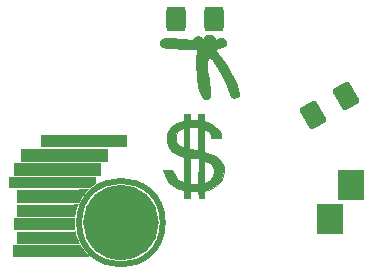
<source format=gbr>
%TF.GenerationSoftware,KiCad,Pcbnew,8.0.8*%
%TF.CreationDate,2025-04-07T01:54:08-03:00*%
%TF.ProjectId,Sao_CashBag,53616f5f-4361-4736-9842-61672e6b6963,rev?*%
%TF.SameCoordinates,Original*%
%TF.FileFunction,Soldermask,Top*%
%TF.FilePolarity,Negative*%
%FSLAX46Y46*%
G04 Gerber Fmt 4.6, Leading zero omitted, Abs format (unit mm)*
G04 Created by KiCad (PCBNEW 8.0.8) date 2025-04-07 01:54:08*
%MOMM*%
%LPD*%
G01*
G04 APERTURE LIST*
G04 Aperture macros list*
%AMRoundRect*
0 Rectangle with rounded corners*
0 $1 Rounding radius*
0 $2 $3 $4 $5 $6 $7 $8 $9 X,Y pos of 4 corners*
0 Add a 4 corners polygon primitive as box body*
4,1,4,$2,$3,$4,$5,$6,$7,$8,$9,$2,$3,0*
0 Add four circle primitives for the rounded corners*
1,1,$1+$1,$2,$3*
1,1,$1+$1,$4,$5*
1,1,$1+$1,$6,$7*
1,1,$1+$1,$8,$9*
0 Add four rect primitives between the rounded corners*
20,1,$1+$1,$2,$3,$4,$5,0*
20,1,$1+$1,$4,$5,$6,$7,0*
20,1,$1+$1,$6,$7,$8,$9,0*
20,1,$1+$1,$8,$9,$2,$3,0*%
G04 Aperture macros list end*
%ADD10C,0.100000*%
%ADD11C,0.500000*%
%ADD12C,0.000000*%
%ADD13C,0.050000*%
%ADD14C,3.189925*%
%ADD15RoundRect,0.285088X-0.074296X-0.926139X0.839208X-0.398727X0.074296X0.926139X-0.839208X0.398727X0*%
%ADD16RoundRect,0.285088X0.527412X0.764912X-0.527412X0.764912X-0.527412X-0.764912X0.527412X-0.764912X0*%
G04 APERTURE END LIST*
D10*
X106818534Y-137325393D02*
X111759085Y-137325393D01*
X111759085Y-138285392D01*
X106818534Y-138285392D01*
X106818534Y-137325393D01*
G36*
X106818534Y-137325393D02*
G01*
X111759085Y-137325393D01*
X111759085Y-138285392D01*
X106818534Y-138285392D01*
X106818534Y-137325393D01*
G37*
D11*
X119199268Y-136566337D02*
G75*
G02*
X112109268Y-136566337I-3545000J0D01*
G01*
X112109268Y-136566337D02*
G75*
G02*
X119199268Y-136566337I3545000J0D01*
G01*
D10*
X123370256Y-120699668D02*
X123621444Y-120936901D01*
X123607489Y-121250886D01*
X123816813Y-121006676D01*
X124123720Y-120895389D01*
X124333044Y-120904692D01*
X124477244Y-121081454D01*
X124556322Y-121234958D01*
X124565625Y-121355900D01*
X124537715Y-121444281D01*
X124444783Y-121585804D01*
X123719128Y-121823037D01*
X123726106Y-122018405D01*
X124551670Y-123156081D01*
X125142527Y-124209323D01*
X125468041Y-124937655D01*
X125693745Y-125674586D01*
X125630848Y-125858678D01*
X125470467Y-125953684D01*
X125226157Y-126007530D01*
X124996001Y-125890887D01*
X124551670Y-124737635D01*
X123977294Y-123623217D01*
X123342346Y-122716150D01*
X122986497Y-122499849D01*
X122904993Y-123086306D01*
X122958587Y-123609263D01*
X123084181Y-124432601D01*
X123230607Y-125426076D01*
X123212001Y-125807510D01*
X123142226Y-126016833D01*
X122965564Y-126086256D01*
X122770096Y-126081956D01*
X122588682Y-126002878D01*
X122484121Y-125883910D01*
X122277023Y-125453986D01*
X122142226Y-124990797D01*
X122100361Y-124397714D01*
X122009654Y-122848721D01*
X122058496Y-121830014D01*
X121242135Y-121843969D01*
X119741985Y-121816059D01*
X119495348Y-121769895D01*
X119197644Y-121723379D01*
X119048792Y-121597785D01*
X118979017Y-121421023D01*
X118965063Y-121221003D01*
X119044140Y-121072150D01*
X119179038Y-120993073D01*
X119267418Y-120900040D01*
X119776872Y-120950856D01*
X120976992Y-121013653D01*
X121702647Y-121139247D01*
X121856151Y-120943879D01*
X122163158Y-120727578D01*
X122525985Y-120971788D01*
X122728331Y-121299728D01*
X122714376Y-120888059D01*
X122937655Y-120664781D01*
X123370256Y-120699668D01*
G36*
X123370256Y-120699668D02*
G01*
X123621444Y-120936901D01*
X123607489Y-121250886D01*
X123816813Y-121006676D01*
X124123720Y-120895389D01*
X124333044Y-120904692D01*
X124477244Y-121081454D01*
X124556322Y-121234958D01*
X124565625Y-121355900D01*
X124537715Y-121444281D01*
X124444783Y-121585804D01*
X123719128Y-121823037D01*
X123726106Y-122018405D01*
X124551670Y-123156081D01*
X125142527Y-124209323D01*
X125468041Y-124937655D01*
X125693745Y-125674586D01*
X125630848Y-125858678D01*
X125470467Y-125953684D01*
X125226157Y-126007530D01*
X124996001Y-125890887D01*
X124551670Y-124737635D01*
X123977294Y-123623217D01*
X123342346Y-122716150D01*
X122986497Y-122499849D01*
X122904993Y-123086306D01*
X122958587Y-123609263D01*
X123084181Y-124432601D01*
X123230607Y-125426076D01*
X123212001Y-125807510D01*
X123142226Y-126016833D01*
X122965564Y-126086256D01*
X122770096Y-126081956D01*
X122588682Y-126002878D01*
X122484121Y-125883910D01*
X122277023Y-125453986D01*
X122142226Y-124990797D01*
X122100361Y-124397714D01*
X122009654Y-122848721D01*
X122058496Y-121830014D01*
X121242135Y-121843969D01*
X119741985Y-121816059D01*
X119495348Y-121769895D01*
X119197644Y-121723379D01*
X119048792Y-121597785D01*
X118979017Y-121421023D01*
X118965063Y-121221003D01*
X119044140Y-121072150D01*
X119179038Y-120993073D01*
X119267418Y-120900040D01*
X119776872Y-120950856D01*
X120976992Y-121013653D01*
X121702647Y-121139247D01*
X121856151Y-120943879D01*
X122163158Y-120727578D01*
X122525985Y-120971788D01*
X122728331Y-121299728D01*
X122714376Y-120888059D01*
X122937655Y-120664781D01*
X123370256Y-120699668D01*
G37*
D12*
G36*
X111763067Y-136363835D02*
G01*
X111757687Y-136593049D01*
X111767372Y-136829796D01*
X111779209Y-136983681D01*
X111807188Y-137175231D01*
X111688815Y-137175231D01*
X111682358Y-136174437D01*
X111681282Y-136165828D01*
X111779209Y-136165828D01*
X111763067Y-136363835D01*
G37*
D13*
X122717908Y-127995973D02*
X123337206Y-128190566D01*
X123662706Y-128430125D01*
X123935602Y-128738167D01*
X124086521Y-129060680D01*
X124134071Y-129420406D01*
X123321587Y-129418338D01*
X123274037Y-129188858D01*
X123185139Y-128996591D01*
X122986669Y-128814660D01*
X122697234Y-128676145D01*
X122701369Y-130569875D01*
X123432967Y-130801904D01*
X123764626Y-131025843D01*
X124010645Y-131240851D01*
X124242350Y-131513603D01*
X124341428Y-131890012D01*
X124360034Y-132253873D01*
X124339360Y-132563982D01*
X124198778Y-132919573D01*
X123996173Y-133186266D01*
X123758423Y-133395073D01*
X123528943Y-133545992D01*
X123279463Y-133676611D01*
X122706121Y-133858169D01*
X122701987Y-134449442D01*
X122224419Y-134449442D01*
X122222352Y-133858169D01*
X121525548Y-133862827D01*
X121516245Y-133253464D01*
X122223292Y-133267419D01*
X122227522Y-131317345D01*
X122699919Y-131317345D01*
X122701987Y-133186266D01*
X122931467Y-133159390D01*
X123136139Y-133068425D01*
X123318069Y-132909236D01*
X123466921Y-132646677D01*
X123516539Y-132396523D01*
X123514471Y-132111223D01*
X123466921Y-131890012D01*
X123340810Y-131685340D01*
X123158880Y-131550960D01*
X122945939Y-131404175D01*
X122699919Y-131317345D01*
X122227522Y-131317345D01*
X122227944Y-131123017D01*
X121511593Y-131104411D01*
X121511593Y-133262767D01*
X121497989Y-133869539D01*
X121498765Y-134445308D01*
X120986052Y-134445308D01*
X120986052Y-133841629D01*
X120558102Y-133703114D01*
X120250061Y-133550127D01*
X119973030Y-133380601D01*
X119753887Y-133188334D01*
X119532676Y-132909236D01*
X119348678Y-132532971D01*
X119243241Y-132119493D01*
X120020580Y-132121560D01*
X120123950Y-132404793D01*
X120285206Y-132716969D01*
X120511341Y-132956161D01*
X120746234Y-133076695D01*
X120999490Y-133139161D01*
X120999490Y-130969176D01*
X120999493Y-130968249D01*
X120480991Y-130805558D01*
X120237039Y-130702188D01*
X120009626Y-130563673D01*
X119877313Y-130447899D01*
X119724326Y-130222553D01*
X119627159Y-130003410D01*
X119576364Y-129767468D01*
X119556867Y-129552719D01*
X119558464Y-129378749D01*
X120295852Y-129378749D01*
X120310324Y-129595825D01*
X120345469Y-129746745D01*
X120525024Y-129943147D01*
X120682145Y-130065123D01*
X120810324Y-130125077D01*
X120998456Y-130149886D01*
X121000110Y-130804845D01*
X121002591Y-130147819D01*
X121000524Y-128578669D01*
X120779313Y-128613815D01*
X120593248Y-128718526D01*
X120440261Y-128923923D01*
X120332756Y-129140274D01*
X120295852Y-129378749D01*
X119558464Y-129378749D01*
X119558935Y-129327373D01*
X119585811Y-129079286D01*
X119667070Y-128867378D01*
X119782213Y-128672010D01*
X119928998Y-128500417D01*
X120148141Y-128304015D01*
X120390026Y-128144825D01*
X120667056Y-128026984D01*
X120970963Y-127938086D01*
X120968895Y-127348880D01*
X121491945Y-127348880D01*
X121494013Y-127867795D01*
X122186381Y-127867228D01*
X122203745Y-128454008D01*
X121454732Y-128454934D01*
X121454223Y-130300605D01*
X122201678Y-130438704D01*
X122205813Y-128464345D01*
X122205195Y-127869862D01*
X122203128Y-127346812D01*
X122715841Y-127344745D01*
X122717908Y-127995973D01*
G36*
X122717908Y-127995973D02*
G01*
X123337206Y-128190566D01*
X123662706Y-128430125D01*
X123935602Y-128738167D01*
X124086521Y-129060680D01*
X124134071Y-129420406D01*
X123321587Y-129418338D01*
X123274037Y-129188858D01*
X123185139Y-128996591D01*
X122986669Y-128814660D01*
X122697234Y-128676145D01*
X122701369Y-130569875D01*
X123432967Y-130801904D01*
X123764626Y-131025843D01*
X124010645Y-131240851D01*
X124242350Y-131513603D01*
X124341428Y-131890012D01*
X124360034Y-132253873D01*
X124339360Y-132563982D01*
X124198778Y-132919573D01*
X123996173Y-133186266D01*
X123758423Y-133395073D01*
X123528943Y-133545992D01*
X123279463Y-133676611D01*
X122706121Y-133858169D01*
X122701987Y-134449442D01*
X122224419Y-134449442D01*
X122222352Y-133858169D01*
X121525548Y-133862827D01*
X121516245Y-133253464D01*
X122223292Y-133267419D01*
X122227522Y-131317345D01*
X122699919Y-131317345D01*
X122701987Y-133186266D01*
X122931467Y-133159390D01*
X123136139Y-133068425D01*
X123318069Y-132909236D01*
X123466921Y-132646677D01*
X123516539Y-132396523D01*
X123514471Y-132111223D01*
X123466921Y-131890012D01*
X123340810Y-131685340D01*
X123158880Y-131550960D01*
X122945939Y-131404175D01*
X122699919Y-131317345D01*
X122227522Y-131317345D01*
X122227944Y-131123017D01*
X121511593Y-131104411D01*
X121511593Y-133262767D01*
X121497989Y-133869539D01*
X121498765Y-134445308D01*
X120986052Y-134445308D01*
X120986052Y-133841629D01*
X120558102Y-133703114D01*
X120250061Y-133550127D01*
X119973030Y-133380601D01*
X119753887Y-133188334D01*
X119532676Y-132909236D01*
X119348678Y-132532971D01*
X119243241Y-132119493D01*
X120020580Y-132121560D01*
X120123950Y-132404793D01*
X120285206Y-132716969D01*
X120511341Y-132956161D01*
X120746234Y-133076695D01*
X120999490Y-133139161D01*
X120999490Y-130969176D01*
X120999493Y-130968249D01*
X120480991Y-130805558D01*
X120237039Y-130702188D01*
X120009626Y-130563673D01*
X119877313Y-130447899D01*
X119724326Y-130222553D01*
X119627159Y-130003410D01*
X119576364Y-129767468D01*
X119556867Y-129552719D01*
X119558464Y-129378749D01*
X120295852Y-129378749D01*
X120310324Y-129595825D01*
X120345469Y-129746745D01*
X120525024Y-129943147D01*
X120682145Y-130065123D01*
X120810324Y-130125077D01*
X120998456Y-130149886D01*
X121000110Y-130804845D01*
X121002591Y-130147819D01*
X121000524Y-128578669D01*
X120779313Y-128613815D01*
X120593248Y-128718526D01*
X120440261Y-128923923D01*
X120332756Y-129140274D01*
X120295852Y-129378749D01*
X119558464Y-129378749D01*
X119558935Y-129327373D01*
X119585811Y-129079286D01*
X119667070Y-128867378D01*
X119782213Y-128672010D01*
X119928998Y-128500417D01*
X120148141Y-128304015D01*
X120390026Y-128144825D01*
X120667056Y-128026984D01*
X120970963Y-127938086D01*
X120968895Y-127348880D01*
X121491945Y-127348880D01*
X121494013Y-127867795D01*
X122186381Y-127867228D01*
X122203745Y-128454008D01*
X121454732Y-128454934D01*
X121454223Y-130300605D01*
X122201678Y-130438704D01*
X122205813Y-128464345D01*
X122205195Y-127869862D01*
X122203128Y-127346812D01*
X122715841Y-127344745D01*
X122717908Y-127995973D01*
G37*
D12*
G36*
X113514884Y-133303843D02*
G01*
X113303083Y-133453218D01*
X113131413Y-133589217D01*
X113061495Y-133654371D01*
X112930121Y-133654371D01*
X112941111Y-132681809D01*
X112941907Y-132681818D01*
X113517113Y-132679588D01*
X113514884Y-133303843D01*
G37*
D10*
X106562687Y-136214319D02*
X111685952Y-136214319D01*
X111685952Y-137126824D01*
X106562687Y-137126824D01*
X106562687Y-136214319D01*
G36*
X106562687Y-136214319D02*
G01*
X111685952Y-136214319D01*
X111685952Y-137126824D01*
X106562687Y-137126824D01*
X106562687Y-136214319D01*
G37*
X107205481Y-130301827D02*
X114461845Y-130301827D01*
X114461845Y-131320051D01*
X107205481Y-131320051D01*
X107205481Y-130301827D01*
G36*
X107205481Y-130301827D02*
G01*
X114461845Y-130301827D01*
X114461845Y-131320051D01*
X107205481Y-131320051D01*
X107205481Y-130301827D01*
G37*
X108852609Y-129104702D02*
X116107944Y-129104702D01*
X116107944Y-130104702D01*
X108852609Y-130104702D01*
X108852609Y-129104702D01*
G36*
X108852609Y-129104702D02*
G01*
X116107944Y-129104702D01*
X116107944Y-130104702D01*
X108852609Y-130104702D01*
X108852609Y-129104702D01*
G37*
G36*
X106219117Y-132683920D02*
G01*
X113018065Y-132683920D01*
X113018065Y-133655512D01*
X106219117Y-133655512D01*
X106219117Y-132683920D01*
G37*
X106490775Y-138485752D02*
X112181326Y-138485752D01*
X112181326Y-139395901D01*
X106490775Y-139395901D01*
X106490775Y-138485752D01*
G36*
X106490775Y-138485752D02*
G01*
X112181326Y-138485752D01*
X112181326Y-139395901D01*
X106490775Y-139395901D01*
X106490775Y-138485752D01*
G37*
D12*
G36*
X112294792Y-138531589D02*
G01*
X112403011Y-138709970D01*
X112554040Y-138924028D01*
X112671772Y-139069112D01*
X112828748Y-139245115D01*
X112960750Y-139377118D01*
X113033519Y-139446175D01*
X112168756Y-139446698D01*
X112179439Y-138450722D01*
X112178250Y-138435263D01*
X112238900Y-138435263D01*
X112294792Y-138531589D01*
G37*
D10*
X106632931Y-131524168D02*
X113884680Y-131524168D01*
X113884680Y-132530413D01*
X106632931Y-132530413D01*
X106632931Y-131524168D01*
G36*
X106632931Y-131524168D02*
G01*
X113884680Y-131524168D01*
X113884680Y-132530413D01*
X106632931Y-132530413D01*
X106632931Y-131524168D01*
G37*
X132243589Y-134959727D02*
X134356187Y-134959727D01*
X134356187Y-137448300D01*
X132243589Y-137448300D01*
X132243589Y-134959727D01*
G36*
X132243589Y-134959727D02*
G01*
X134356187Y-134959727D01*
X134356187Y-137448300D01*
X132243589Y-137448300D01*
X132243589Y-134959727D01*
G37*
X106854975Y-133803562D02*
X112077368Y-133803562D01*
X112077368Y-134845530D01*
X106854975Y-134845530D01*
X106854975Y-133803562D01*
G36*
X106854975Y-133803562D02*
G01*
X112077368Y-133803562D01*
X112077368Y-134845530D01*
X106854975Y-134845530D01*
X106854975Y-133803562D01*
G37*
D12*
G36*
X112087705Y-134995965D02*
G01*
X112008409Y-135186996D01*
X111929834Y-135418396D01*
X111854863Y-135697373D01*
X111823866Y-135850198D01*
X111790705Y-136065017D01*
X111682575Y-136065017D01*
X111698434Y-135011824D01*
X111700597Y-134995244D01*
X112087705Y-134995965D01*
G37*
G36*
X111872880Y-137498012D02*
G01*
X111940191Y-137740875D01*
X112077540Y-138104716D01*
X112186693Y-138334845D01*
X111733711Y-138334845D01*
X111751903Y-137285165D01*
X111755541Y-137275159D01*
X111822852Y-137275159D01*
X111872880Y-137498012D01*
G37*
D10*
X106859504Y-135046034D02*
X111700055Y-135046034D01*
X111700055Y-136015562D01*
X106859504Y-136015562D01*
X106859504Y-135046034D01*
G36*
X106859504Y-135046034D02*
G01*
X111700055Y-135046034D01*
X111700055Y-136015562D01*
X106859504Y-136015562D01*
X106859504Y-135046034D01*
G37*
D14*
X117250200Y-136562988D02*
G75*
G02*
X114060276Y-136562988I-1594962J0D01*
G01*
X114060276Y-136562988D02*
G75*
G02*
X117250200Y-136562988I1594962J0D01*
G01*
D12*
G36*
X112094272Y-133754872D02*
G01*
X112952589Y-133755189D01*
X112787833Y-133923836D01*
X112617889Y-134121024D01*
X112453134Y-134338967D01*
X112244711Y-134673882D01*
X112133316Y-134895929D01*
X112072726Y-134895929D01*
X112090267Y-133753009D01*
X112094272Y-133754872D01*
G37*
D10*
X134050445Y-132090301D02*
X136163043Y-132090301D01*
X136163043Y-134578874D01*
X134050445Y-134578874D01*
X134050445Y-132090301D01*
G36*
X134050445Y-132090301D02*
G01*
X136163043Y-132090301D01*
X136163043Y-134578874D01*
X134050445Y-134578874D01*
X134050445Y-132090301D01*
G37*
D15*
%TO.C,D2*%
X131936853Y-127462943D03*
X134686483Y-125875443D03*
%TD*%
D16*
%TO.C,D3*%
X117258486Y-136577257D03*
X114083486Y-136577257D03*
%TD*%
%TO.C,D1*%
X123497616Y-119328931D03*
X120322616Y-119328931D03*
%TD*%
M02*

</source>
